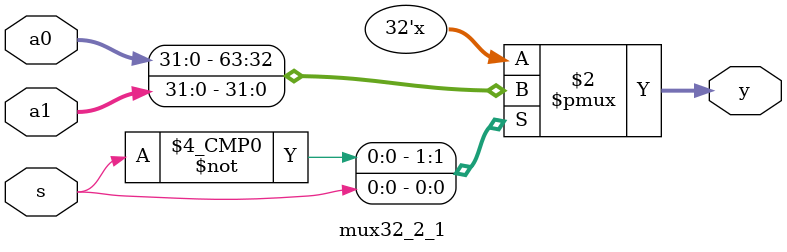
<source format=v>
module mux32_2_1(a0,a1,s,y
    );
	 input [31:0] a0,a1;
	 input s;
	 output [31:0] y;
	 
	 reg [31:0] y;
	 always @ (*)
		begin
			case(s)
				1'b0: y=a0;
				1'b1: y=a1;
				default: y=32'hxxxxxxxx; 
			endcase
		end
endmodule

</source>
